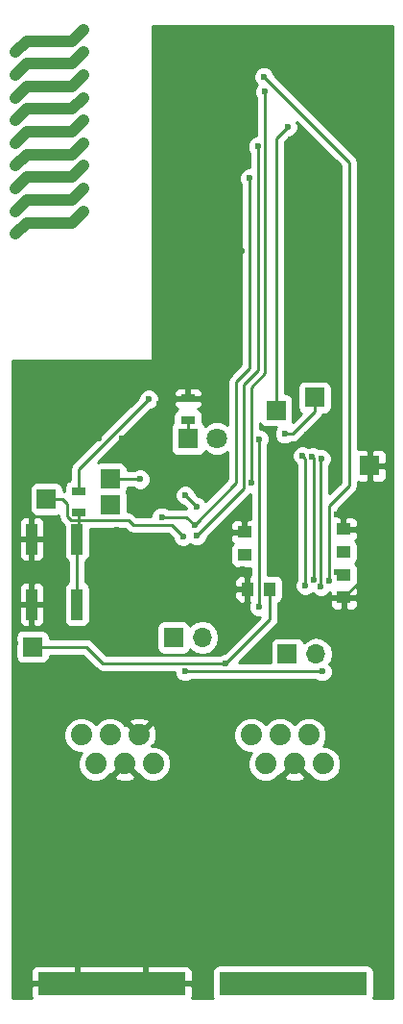
<source format=gbr>
G04 #@! TF.FileFunction,Copper,L2,Bot,Signal*
%FSLAX46Y46*%
G04 Gerber Fmt 4.6, Leading zero omitted, Abs format (unit mm)*
G04 Created by KiCad (PCBNEW 4.0.7-e2-6376~58~ubuntu16.04.1) date Sat Sep  1 12:55:08 2018*
%MOMM*%
%LPD*%
G01*
G04 APERTURE LIST*
%ADD10C,0.100000*%
%ADD11C,1.000000*%
%ADD12R,1.250000X1.000000*%
%ADD13R,1.000000X1.250000*%
%ADD14R,1.000000X2.750000*%
%ADD15R,1.700000X1.700000*%
%ADD16O,1.700000X1.700000*%
%ADD17R,1.300000X0.700000*%
%ADD18R,1.800000X1.800000*%
%ADD19C,1.800000*%
%ADD20C,3.200000*%
%ADD21C,1.879600*%
%ADD22R,7.000000X2.000000*%
%ADD23C,1.000000*%
%ADD24C,0.600000*%
%ADD25C,0.250000*%
%ADD26C,0.254000*%
G04 APERTURE END LIST*
D10*
D11*
X106000000Y-48000000D02*
X107000000Y-47000000D01*
X102000000Y-48000000D02*
X106000000Y-48000000D01*
X101000000Y-49000000D02*
X102000000Y-48000000D01*
X106000000Y-50000000D02*
X107000000Y-49000000D01*
X102000000Y-50000000D02*
X106000000Y-50000000D01*
X101000000Y-51000000D02*
X102000000Y-50000000D01*
X106000000Y-52000000D02*
X107000000Y-51000000D01*
X102000000Y-52000000D02*
X106000000Y-52000000D01*
X101000000Y-53000000D02*
X102000000Y-52000000D01*
X106000000Y-54000000D02*
X107000000Y-53000000D01*
X102000000Y-54000000D02*
X106000000Y-54000000D01*
X101000000Y-55000000D02*
X102000000Y-54000000D01*
X106000000Y-56000000D02*
X107000000Y-55000000D01*
X102000000Y-56000000D02*
X106000000Y-56000000D01*
X101000000Y-57000000D02*
X102000000Y-56000000D01*
X106000000Y-58000000D02*
X107000000Y-57000000D01*
X102000000Y-58000000D02*
X106000000Y-58000000D01*
X101000000Y-59000000D02*
X102000000Y-58000000D01*
X106000000Y-60000000D02*
X107000000Y-59000000D01*
X102000000Y-60000000D02*
X106000000Y-60000000D01*
X101000000Y-61000000D02*
X102000000Y-60000000D01*
X106000000Y-62000000D02*
X107000000Y-61000000D01*
X102000000Y-62000000D02*
X106000000Y-62000000D01*
X101000000Y-63000000D02*
X102000000Y-62000000D01*
X106000000Y-64000000D02*
X107000000Y-63000000D01*
X102000000Y-64000000D02*
X106000000Y-64000000D01*
X101000000Y-65000000D02*
X102000000Y-64000000D01*
D12*
X129946400Y-92998800D03*
X129946400Y-90998800D03*
D13*
X123478800Y-96266000D03*
X121478800Y-96266000D03*
D12*
X129997200Y-95012000D03*
X129997200Y-97012000D03*
D14*
X102444800Y-91867000D03*
X102444800Y-97617000D03*
X106444800Y-97617000D03*
X106444800Y-91867000D03*
D12*
X121208800Y-93252800D03*
X121208800Y-91252800D03*
D15*
X127406400Y-79400400D03*
X125000000Y-102000000D03*
D16*
X127540000Y-102000000D03*
D15*
X114960400Y-100533200D03*
D16*
X117500400Y-100533200D03*
D17*
X106629200Y-87645200D03*
X106629200Y-89545200D03*
D18*
X116250000Y-83000000D03*
D19*
X118790000Y-83000000D03*
D17*
X116230400Y-79466400D03*
X116230400Y-81366400D03*
D15*
X102514400Y-101346000D03*
X109372400Y-86563200D03*
X124002800Y-80518000D03*
X103733600Y-88341200D03*
X132283200Y-85394800D03*
X109372400Y-88849200D03*
D20*
X130080000Y-118000000D03*
D21*
X121825000Y-109110000D03*
X123095000Y-111650000D03*
X124365000Y-109110000D03*
X125635000Y-111650000D03*
X126905000Y-109110000D03*
X128175000Y-111650000D03*
D20*
X119920000Y-118000000D03*
X115080000Y-118000000D03*
D21*
X106825000Y-109110000D03*
X108095000Y-111650000D03*
X109365000Y-109110000D03*
X110635000Y-111650000D03*
X111905000Y-109110000D03*
X113175000Y-111650000D03*
D20*
X104920000Y-118000000D03*
D22*
X106500000Y-131000000D03*
X112500000Y-131000000D03*
X122500000Y-131000000D03*
X128500000Y-131000000D03*
D23*
X107000000Y-47000000D03*
X101000000Y-49000000D03*
X107000000Y-49000000D03*
X101000000Y-51000000D03*
X107000000Y-51000000D03*
X101000000Y-53000000D03*
X107000000Y-53000000D03*
X101000000Y-55000000D03*
X107000000Y-55000000D03*
X101000000Y-57000000D03*
X107000000Y-57000000D03*
X101000000Y-59000000D03*
X107000000Y-59000000D03*
X101000000Y-61000000D03*
X107000000Y-61000000D03*
X101000000Y-63000000D03*
X107000000Y-63000000D03*
X101000000Y-65000000D03*
D24*
X126796800Y-56489600D03*
X125500000Y-60000000D03*
X125526800Y-52019200D03*
X106781600Y-102463600D03*
X109169200Y-101650800D03*
X120000000Y-67500000D03*
X121000000Y-66500000D03*
X116000000Y-67500000D03*
X115000000Y-66500000D03*
X112300000Y-89500000D03*
X121200000Y-90000000D03*
X126746000Y-82702400D03*
X118719600Y-79451200D03*
X113690400Y-79959200D03*
X110400000Y-83000000D03*
X108400000Y-83000000D03*
X134000000Y-126000000D03*
X134000000Y-124000000D03*
X134000000Y-122000000D03*
X134000000Y-120000000D03*
X134000000Y-118000000D03*
X134000000Y-116000000D03*
X134000000Y-114000000D03*
X134000000Y-112000000D03*
X134000000Y-110000000D03*
X134000000Y-108000000D03*
X134000000Y-106000000D03*
X134000000Y-104000000D03*
X124000000Y-128500000D03*
X134000000Y-132000000D03*
X134000000Y-130000000D03*
X134000000Y-128000000D03*
X134000000Y-83000000D03*
X134000000Y-81000000D03*
X134000000Y-79000000D03*
X134000000Y-77000000D03*
X134000000Y-75000000D03*
X134000000Y-73000000D03*
X134000000Y-71000000D03*
X134000000Y-69000000D03*
X134000000Y-67000000D03*
X113500000Y-66500000D03*
X113500000Y-68000000D03*
X113500000Y-69500000D03*
X113500000Y-71000000D03*
X113500000Y-72500000D03*
X113500000Y-74000000D03*
X113500000Y-75500000D03*
X112500000Y-76500000D03*
X111000000Y-76500000D03*
X109500000Y-76500000D03*
X108000000Y-76500000D03*
X106500000Y-76500000D03*
X105000000Y-76500000D03*
X103500000Y-76500000D03*
X102000000Y-76500000D03*
X101000000Y-77500000D03*
X101000000Y-131000000D03*
X101000000Y-129000000D03*
X101000000Y-127000000D03*
X101000000Y-125000000D03*
X101000000Y-123000000D03*
X101000000Y-121000000D03*
X101000000Y-119000000D03*
X101000000Y-117000000D03*
X101000000Y-115000000D03*
X101000000Y-113000000D03*
X101000000Y-111000000D03*
X101000000Y-109000000D03*
X101000000Y-107000000D03*
X101000000Y-105000000D03*
X101000000Y-103000000D03*
X101000000Y-101000000D03*
X101000000Y-99000000D03*
X101000000Y-97000000D03*
X101000000Y-95000000D03*
X101000000Y-93000000D03*
X101000000Y-91000000D03*
X101000000Y-89000000D03*
X101000000Y-87000000D03*
X101000000Y-85000000D03*
X101000000Y-83000000D03*
X101000000Y-81000000D03*
X101000000Y-79000000D03*
X113500000Y-60500000D03*
X113500000Y-59000000D03*
X113500000Y-57500000D03*
X113500000Y-56000000D03*
X113500000Y-54500000D03*
X113500000Y-53000000D03*
X113500000Y-51500000D03*
X113500000Y-50000000D03*
X113500000Y-48500000D03*
X113500000Y-47000000D03*
X118000000Y-47000000D03*
X116500000Y-47000000D03*
X115000000Y-47000000D03*
X117043200Y-93472000D03*
X121000000Y-128500000D03*
X119500000Y-107500000D03*
X119500000Y-111000000D03*
X124000000Y-115500000D03*
X127000000Y-75946000D03*
X124663200Y-85598000D03*
X129500000Y-54000000D03*
X133000000Y-51000000D03*
X133000000Y-54000000D03*
X133000000Y-57000000D03*
X133000000Y-60000000D03*
X129000000Y-60000000D03*
X129235200Y-84836000D03*
X125628400Y-93167200D03*
X124968000Y-94742000D03*
X124612400Y-105714800D03*
X132029200Y-94132400D03*
X119000000Y-60000000D03*
X119000000Y-57000000D03*
X119000000Y-54000000D03*
X119000000Y-51000000D03*
X113500000Y-62000000D03*
X114503200Y-85293200D03*
X109982000Y-91033600D03*
X110083600Y-98552000D03*
X129387600Y-89662000D03*
X124968000Y-89865200D03*
X121107200Y-94488000D03*
X126238000Y-98145600D03*
X101752400Y-106070400D03*
X106426000Y-104648000D03*
X119583200Y-102819200D03*
X123478800Y-96266000D03*
X129336800Y-94792800D03*
X121208800Y-93252800D03*
X112776000Y-79552800D03*
X115976400Y-103530400D03*
X128066800Y-103530400D03*
X121700000Y-60100000D03*
X116800000Y-90600000D03*
X113919000Y-89916000D03*
X116992400Y-91592400D03*
X122400000Y-57300000D03*
X112000000Y-86600000D03*
X125018800Y-55575200D03*
X115800000Y-91600000D03*
X116000000Y-88000000D03*
X117000000Y-89000000D03*
X123037600Y-52476400D03*
X121818400Y-86918800D03*
X128676400Y-95504000D03*
X122936000Y-51155600D03*
X126593600Y-95961200D03*
X126339600Y-84531200D03*
X127203200Y-84632800D03*
X127304800Y-95453200D03*
X128016000Y-84785200D03*
X127965200Y-96012000D03*
X122478800Y-83058000D03*
X122478800Y-97790000D03*
X124764800Y-82600800D03*
X129900000Y-93200000D03*
D25*
X129000000Y-60000000D02*
X129000000Y-58692800D01*
X129000000Y-58692800D02*
X126796800Y-56489600D01*
X125500000Y-60000000D02*
X129000000Y-60000000D01*
X106245200Y-103000000D02*
X106781600Y-102463600D01*
X101000000Y-103000000D02*
X106245200Y-103000000D01*
X121000000Y-66500000D02*
X120000000Y-67500000D01*
X115000000Y-66500000D02*
X116000000Y-67500000D01*
X121208800Y-91252800D02*
X121208800Y-90008800D01*
X121208800Y-90008800D02*
X121200000Y-90000000D01*
X116230400Y-79466400D02*
X118704400Y-79466400D01*
X118704400Y-79466400D02*
X118719600Y-79451200D01*
X101000000Y-83000000D02*
X108400000Y-83000000D01*
X134000000Y-104000000D02*
X134000000Y-106000000D01*
X134000000Y-126000000D02*
X134000000Y-124000000D01*
X134000000Y-122000000D02*
X134000000Y-120000000D01*
X134000000Y-118000000D02*
X134000000Y-116000000D01*
X134000000Y-114000000D02*
X134000000Y-112000000D01*
X134000000Y-110000000D02*
X134000000Y-108000000D01*
X124000000Y-128500000D02*
X133500000Y-128500000D01*
X134000000Y-130000000D02*
X134000000Y-132000000D01*
X133500000Y-128500000D02*
X134000000Y-128000000D01*
X133000000Y-60000000D02*
X133000000Y-66000000D01*
X134000000Y-81000000D02*
X134000000Y-83000000D01*
X134000000Y-77000000D02*
X134000000Y-79000000D01*
X134000000Y-73000000D02*
X134000000Y-75000000D01*
X134000000Y-69000000D02*
X134000000Y-71000000D01*
X133000000Y-66000000D02*
X134000000Y-67000000D01*
X101000000Y-77500000D02*
X101000000Y-78500000D01*
X113500000Y-68000000D02*
X113500000Y-69500000D01*
X113500000Y-71000000D02*
X113500000Y-72500000D01*
X113500000Y-74000000D02*
X113500000Y-75500000D01*
X112500000Y-76500000D02*
X111000000Y-76500000D01*
X109500000Y-76500000D02*
X108000000Y-76500000D01*
X106500000Y-76500000D02*
X105000000Y-76500000D01*
X103500000Y-76500000D02*
X102000000Y-76500000D01*
X113500000Y-62000000D02*
X113500000Y-66500000D01*
X101000000Y-129000000D02*
X101000000Y-131000000D01*
X101000000Y-128000000D02*
X101000000Y-127000000D01*
X101000000Y-125000000D02*
X101000000Y-128000000D01*
X101000000Y-121000000D02*
X101000000Y-123000000D01*
X101000000Y-117000000D02*
X101000000Y-119000000D01*
X101000000Y-113000000D02*
X101000000Y-115000000D01*
X101000000Y-109000000D02*
X101000000Y-111000000D01*
X101000000Y-105000000D02*
X101000000Y-107000000D01*
X101000000Y-101000000D02*
X101000000Y-103000000D01*
X101000000Y-97000000D02*
X101000000Y-99000000D01*
X101000000Y-93000000D02*
X101000000Y-95000000D01*
X101000000Y-89000000D02*
X101000000Y-91000000D01*
X101000000Y-85000000D02*
X101000000Y-87000000D01*
X101000000Y-81000000D02*
X101000000Y-83000000D01*
X101000000Y-78500000D02*
X101000000Y-79000000D01*
X113500000Y-47000000D02*
X115000000Y-47000000D01*
X113500000Y-59000000D02*
X113500000Y-57500000D01*
X113500000Y-56000000D02*
X113500000Y-54500000D01*
X113500000Y-53000000D02*
X113500000Y-51500000D01*
X113500000Y-50000000D02*
X113500000Y-48500000D01*
X113500000Y-62000000D02*
X113500000Y-60500000D01*
X116500000Y-47000000D02*
X118000000Y-47000000D01*
X124000000Y-128500000D02*
X124000000Y-115500000D01*
X121000000Y-128500000D02*
X124000000Y-128500000D01*
X119500000Y-111000000D02*
X119500000Y-107500000D01*
X128625600Y-82702400D02*
X129184400Y-82143600D01*
X129184400Y-82143600D02*
X129184400Y-78130400D01*
X129184400Y-78130400D02*
X127000000Y-75946000D01*
X125069600Y-84378800D02*
X126746000Y-82702400D01*
X125069600Y-85191600D02*
X125069600Y-84378800D01*
X124663200Y-85598000D02*
X125069600Y-85191600D01*
X126746000Y-82702400D02*
X128625600Y-82702400D01*
X133000000Y-54000000D02*
X129500000Y-54000000D01*
X133000000Y-51000000D02*
X133000000Y-54000000D01*
X133000000Y-57000000D02*
X133000000Y-60000000D01*
X129000000Y-60000000D02*
X127000000Y-60000000D01*
X125628400Y-93167200D02*
X125628400Y-94081600D01*
X125628400Y-94081600D02*
X124968000Y-94742000D01*
X132080000Y-94929200D02*
X129997200Y-97012000D01*
X132080000Y-94183200D02*
X132080000Y-94929200D01*
X132029200Y-94132400D02*
X132080000Y-94183200D01*
X119000000Y-60000000D02*
X119000000Y-57000000D01*
X119000000Y-54000000D02*
X119000000Y-51000000D01*
X121107200Y-94488000D02*
X121107200Y-94538800D01*
X107238800Y-101346000D02*
X108712000Y-102819200D01*
X119583200Y-102819200D02*
X115316000Y-102819200D01*
X102514400Y-101346000D02*
X107238800Y-101346000D01*
X108712000Y-102819200D02*
X115316000Y-102819200D01*
X123478800Y-98923600D02*
X119583200Y-102819200D01*
X123478800Y-96266000D02*
X123478800Y-98923600D01*
X129997200Y-95012000D02*
X129556000Y-95012000D01*
X129556000Y-95012000D02*
X129336800Y-94792800D01*
X106629200Y-87645200D02*
X106629200Y-85699600D01*
X106629200Y-85699600D02*
X112776000Y-79552800D01*
X128066800Y-103530400D02*
X115976400Y-103530400D01*
X116800000Y-90600000D02*
X120500000Y-86900000D01*
X121700000Y-76800000D02*
X121700000Y-60100000D01*
X120500000Y-78000000D02*
X121700000Y-76800000D01*
X120500000Y-86900000D02*
X120500000Y-78000000D01*
X116800000Y-90600000D02*
X116116000Y-89916000D01*
X116116000Y-89916000D02*
X113919000Y-89916000D01*
X121158000Y-87426800D02*
X116992400Y-91592400D01*
X121158000Y-78242000D02*
X121158000Y-87426800D01*
X122400000Y-77000000D02*
X121158000Y-78242000D01*
X122400000Y-57300000D02*
X122400000Y-77000000D01*
X109067600Y-86563200D02*
X111963200Y-86563200D01*
X111963200Y-86563200D02*
X112000000Y-86600000D01*
X124002800Y-80518000D02*
X124002800Y-56591200D01*
X124002800Y-56591200D02*
X125018800Y-55575200D01*
X103733600Y-88341200D02*
X105141200Y-88341200D01*
X105900000Y-90200000D02*
X106629200Y-90200000D01*
X105600000Y-89900000D02*
X105900000Y-90200000D01*
X105600000Y-88800000D02*
X105600000Y-89900000D01*
X105141200Y-88341200D02*
X105600000Y-88800000D01*
X115800000Y-91600000D02*
X114800000Y-90600000D01*
X114800000Y-90600000D02*
X111400000Y-90600000D01*
X111400000Y-90600000D02*
X111000000Y-90200000D01*
X111000000Y-90200000D02*
X106629200Y-90200000D01*
X106444800Y-91867000D02*
X106444800Y-97617000D01*
X103733600Y-88341200D02*
X104089200Y-88341200D01*
X106629200Y-89545200D02*
X106629200Y-90200000D01*
X106629200Y-90200000D02*
X106629200Y-91682600D01*
X106629200Y-91682600D02*
X106444800Y-91867000D01*
X117000000Y-89000000D02*
X116000000Y-88000000D01*
X123037600Y-52476400D02*
X123037600Y-77262400D01*
X121818400Y-78481600D02*
X121818400Y-86918800D01*
X123037600Y-77262400D02*
X121818400Y-78481600D01*
X128676400Y-95504000D02*
X128676400Y-88950800D01*
X128676400Y-56896000D02*
X122936000Y-51155600D01*
X130454400Y-58674000D02*
X128676400Y-56896000D01*
X130454400Y-87172800D02*
X130454400Y-58674000D01*
X128676400Y-88950800D02*
X130454400Y-87172800D01*
X126593600Y-84785200D02*
X126593600Y-95961200D01*
X126339600Y-84531200D02*
X126593600Y-84785200D01*
X127203200Y-84632800D02*
X127304800Y-84734400D01*
X127304800Y-84734400D02*
X127304800Y-95453200D01*
X128016000Y-84785200D02*
X127965200Y-84836000D01*
X127965200Y-84836000D02*
X127965200Y-96012000D01*
X116250000Y-83000000D02*
X116250000Y-81386000D01*
X116250000Y-81386000D02*
X116230400Y-81366400D01*
X122478800Y-96367600D02*
X122478800Y-83058000D01*
X122478800Y-97790000D02*
X122478800Y-96367600D01*
X124764800Y-82600800D02*
X125476000Y-82600800D01*
X127406400Y-80670400D02*
X127406400Y-79400400D01*
X125476000Y-82600800D02*
X127406400Y-80670400D01*
X129900000Y-93200000D02*
X129946400Y-93153600D01*
X129946400Y-93153600D02*
X129946400Y-92998800D01*
D26*
G36*
X134290000Y-132290000D02*
X132570392Y-132290000D01*
X132596431Y-132251890D01*
X132647440Y-132000000D01*
X132647440Y-130000000D01*
X132603162Y-129764683D01*
X132464090Y-129548559D01*
X132251890Y-129403569D01*
X132000000Y-129352560D01*
X119000000Y-129352560D01*
X118764683Y-129396838D01*
X118548559Y-129535910D01*
X118403569Y-129748110D01*
X118352560Y-130000000D01*
X118352560Y-132000000D01*
X118396838Y-132235317D01*
X118432026Y-132290000D01*
X116567197Y-132290000D01*
X116635000Y-132126310D01*
X116635000Y-131285750D01*
X116476250Y-131127000D01*
X112627000Y-131127000D01*
X112627000Y-131147000D01*
X112373000Y-131147000D01*
X112373000Y-131127000D01*
X106627000Y-131127000D01*
X106627000Y-131147000D01*
X106373000Y-131147000D01*
X106373000Y-131127000D01*
X102523750Y-131127000D01*
X102365000Y-131285750D01*
X102365000Y-132126310D01*
X102432803Y-132290000D01*
X100710000Y-132290000D01*
X100710000Y-129873690D01*
X102365000Y-129873690D01*
X102365000Y-130714250D01*
X102523750Y-130873000D01*
X106373000Y-130873000D01*
X106373000Y-129523750D01*
X106627000Y-129523750D01*
X106627000Y-130873000D01*
X112373000Y-130873000D01*
X112373000Y-129523750D01*
X112627000Y-129523750D01*
X112627000Y-130873000D01*
X116476250Y-130873000D01*
X116635000Y-130714250D01*
X116635000Y-129873690D01*
X116538327Y-129640301D01*
X116359698Y-129461673D01*
X116126309Y-129365000D01*
X112785750Y-129365000D01*
X112627000Y-129523750D01*
X112373000Y-129523750D01*
X112214250Y-129365000D01*
X106785750Y-129365000D01*
X106627000Y-129523750D01*
X106373000Y-129523750D01*
X106214250Y-129365000D01*
X102873691Y-129365000D01*
X102640302Y-129461673D01*
X102461673Y-129640301D01*
X102365000Y-129873690D01*
X100710000Y-129873690D01*
X100710000Y-109421873D01*
X105249927Y-109421873D01*
X105489171Y-110000887D01*
X105931783Y-110444272D01*
X106510379Y-110684526D01*
X106832829Y-110684808D01*
X106760728Y-110756783D01*
X106520474Y-111335379D01*
X106519927Y-111961873D01*
X106759171Y-112540887D01*
X107201783Y-112984272D01*
X107780379Y-113224526D01*
X108406873Y-113225073D01*
X108985887Y-112985829D01*
X109213144Y-112758968D01*
X109705637Y-112758968D01*
X109796923Y-113019580D01*
X110384833Y-113236045D01*
X111010828Y-113211049D01*
X111473077Y-113019580D01*
X111564363Y-112758968D01*
X110635000Y-111829605D01*
X109705637Y-112758968D01*
X109213144Y-112758968D01*
X109427601Y-112544885D01*
X109526032Y-112579363D01*
X110455395Y-111650000D01*
X110441253Y-111635858D01*
X110620858Y-111456253D01*
X110635000Y-111470395D01*
X110649143Y-111456253D01*
X110828748Y-111635858D01*
X110814605Y-111650000D01*
X111743968Y-112579363D01*
X111842964Y-112544687D01*
X112281783Y-112984272D01*
X112860379Y-113224526D01*
X113486873Y-113225073D01*
X114065887Y-112985829D01*
X114509272Y-112543217D01*
X114749526Y-111964621D01*
X114750073Y-111338127D01*
X114510829Y-110759113D01*
X114068217Y-110315728D01*
X113489621Y-110075474D01*
X113049698Y-110075090D01*
X113013970Y-110039362D01*
X113274580Y-109948077D01*
X113468325Y-109421873D01*
X120249927Y-109421873D01*
X120489171Y-110000887D01*
X120931783Y-110444272D01*
X121510379Y-110684526D01*
X121832829Y-110684808D01*
X121760728Y-110756783D01*
X121520474Y-111335379D01*
X121519927Y-111961873D01*
X121759171Y-112540887D01*
X122201783Y-112984272D01*
X122780379Y-113224526D01*
X123406873Y-113225073D01*
X123985887Y-112985829D01*
X124213144Y-112758968D01*
X124705637Y-112758968D01*
X124796923Y-113019580D01*
X125384833Y-113236045D01*
X126010828Y-113211049D01*
X126473077Y-113019580D01*
X126564363Y-112758968D01*
X125635000Y-111829605D01*
X124705637Y-112758968D01*
X124213144Y-112758968D01*
X124427601Y-112544885D01*
X124526032Y-112579363D01*
X125455395Y-111650000D01*
X125441253Y-111635858D01*
X125620858Y-111456253D01*
X125635000Y-111470395D01*
X125649143Y-111456253D01*
X125828748Y-111635858D01*
X125814605Y-111650000D01*
X126743968Y-112579363D01*
X126842964Y-112544687D01*
X127281783Y-112984272D01*
X127860379Y-113224526D01*
X128486873Y-113225073D01*
X129065887Y-112985829D01*
X129509272Y-112543217D01*
X129749526Y-111964621D01*
X129750073Y-111338127D01*
X129510829Y-110759113D01*
X129068217Y-110315728D01*
X128489621Y-110075474D01*
X128167171Y-110075192D01*
X128239272Y-110003217D01*
X128479526Y-109424621D01*
X128480073Y-108798127D01*
X128240829Y-108219113D01*
X127798217Y-107775728D01*
X127219621Y-107535474D01*
X126593127Y-107534927D01*
X126014113Y-107774171D01*
X125634727Y-108152896D01*
X125258217Y-107775728D01*
X124679621Y-107535474D01*
X124053127Y-107534927D01*
X123474113Y-107774171D01*
X123094727Y-108152896D01*
X122718217Y-107775728D01*
X122139621Y-107535474D01*
X121513127Y-107534927D01*
X120934113Y-107774171D01*
X120490728Y-108216783D01*
X120250474Y-108795379D01*
X120249927Y-109421873D01*
X113468325Y-109421873D01*
X113491045Y-109360167D01*
X113466049Y-108734172D01*
X113274580Y-108271923D01*
X113013968Y-108180637D01*
X112084605Y-109110000D01*
X112098748Y-109124143D01*
X111919143Y-109303748D01*
X111905000Y-109289605D01*
X111890858Y-109303748D01*
X111711253Y-109124143D01*
X111725395Y-109110000D01*
X110796032Y-108180637D01*
X110697036Y-108215313D01*
X110483129Y-108001032D01*
X110975637Y-108001032D01*
X111905000Y-108930395D01*
X112834363Y-108001032D01*
X112743077Y-107740420D01*
X112155167Y-107523955D01*
X111529172Y-107548951D01*
X111066923Y-107740420D01*
X110975637Y-108001032D01*
X110483129Y-108001032D01*
X110258217Y-107775728D01*
X109679621Y-107535474D01*
X109053127Y-107534927D01*
X108474113Y-107774171D01*
X108094727Y-108152896D01*
X107718217Y-107775728D01*
X107139621Y-107535474D01*
X106513127Y-107534927D01*
X105934113Y-107774171D01*
X105490728Y-108216783D01*
X105250474Y-108795379D01*
X105249927Y-109421873D01*
X100710000Y-109421873D01*
X100710000Y-100496000D01*
X101016960Y-100496000D01*
X101016960Y-102196000D01*
X101061238Y-102431317D01*
X101200310Y-102647441D01*
X101412510Y-102792431D01*
X101664400Y-102843440D01*
X103364400Y-102843440D01*
X103599717Y-102799162D01*
X103815841Y-102660090D01*
X103960831Y-102447890D01*
X104011840Y-102196000D01*
X104011840Y-102106000D01*
X106923998Y-102106000D01*
X108174599Y-103356601D01*
X108421160Y-103521348D01*
X108466668Y-103530400D01*
X108712000Y-103579200D01*
X115041357Y-103579200D01*
X115041238Y-103715567D01*
X115183283Y-104059343D01*
X115446073Y-104322592D01*
X115789601Y-104465238D01*
X116161567Y-104465562D01*
X116505343Y-104323517D01*
X116538518Y-104290400D01*
X127504337Y-104290400D01*
X127536473Y-104322592D01*
X127880001Y-104465238D01*
X128251967Y-104465562D01*
X128595743Y-104323517D01*
X128858992Y-104060727D01*
X129001638Y-103717199D01*
X129001962Y-103345233D01*
X128859917Y-103001457D01*
X128729355Y-102870667D01*
X128911961Y-102597378D01*
X129025000Y-102029093D01*
X129025000Y-101970907D01*
X128911961Y-101402622D01*
X128590054Y-100920853D01*
X128108285Y-100598946D01*
X127540000Y-100485907D01*
X126971715Y-100598946D01*
X126489946Y-100920853D01*
X126462150Y-100962452D01*
X126453162Y-100914683D01*
X126314090Y-100698559D01*
X126101890Y-100553569D01*
X125850000Y-100502560D01*
X124150000Y-100502560D01*
X123914683Y-100546838D01*
X123698559Y-100685910D01*
X123553569Y-100898110D01*
X123502560Y-101150000D01*
X123502560Y-102770400D01*
X120706802Y-102770400D01*
X124016201Y-99461001D01*
X124180948Y-99214440D01*
X124238800Y-98923600D01*
X124238800Y-97478279D01*
X124430241Y-97355090D01*
X124469419Y-97297750D01*
X128737200Y-97297750D01*
X128737200Y-97638309D01*
X128833873Y-97871698D01*
X129012501Y-98050327D01*
X129245890Y-98147000D01*
X129711450Y-98147000D01*
X129870200Y-97988250D01*
X129870200Y-97139000D01*
X130124200Y-97139000D01*
X130124200Y-97988250D01*
X130282950Y-98147000D01*
X130748510Y-98147000D01*
X130981899Y-98050327D01*
X131160527Y-97871698D01*
X131257200Y-97638309D01*
X131257200Y-97297750D01*
X131098450Y-97139000D01*
X130124200Y-97139000D01*
X129870200Y-97139000D01*
X128895950Y-97139000D01*
X128737200Y-97297750D01*
X124469419Y-97297750D01*
X124575231Y-97142890D01*
X124626240Y-96891000D01*
X124626240Y-95641000D01*
X124581962Y-95405683D01*
X124442890Y-95189559D01*
X124230690Y-95044569D01*
X123978800Y-94993560D01*
X123238800Y-94993560D01*
X123238800Y-83620463D01*
X123270992Y-83588327D01*
X123413638Y-83244799D01*
X123413962Y-82872833D01*
X123271917Y-82529057D01*
X123009127Y-82265808D01*
X122665599Y-82123162D01*
X122578400Y-82123086D01*
X122578400Y-81648014D01*
X122688710Y-81819441D01*
X122900910Y-81964431D01*
X123152800Y-82015440D01*
X124027737Y-82015440D01*
X123972608Y-82070473D01*
X123829962Y-82414001D01*
X123829638Y-82785967D01*
X123971683Y-83129743D01*
X124234473Y-83392992D01*
X124578001Y-83535638D01*
X124949967Y-83535962D01*
X125293743Y-83393917D01*
X125326918Y-83360800D01*
X125476000Y-83360800D01*
X125766839Y-83302948D01*
X126013401Y-83138201D01*
X127943801Y-81207801D01*
X128108548Y-80961239D01*
X128121159Y-80897840D01*
X128256400Y-80897840D01*
X128491717Y-80853562D01*
X128707841Y-80714490D01*
X128852831Y-80502290D01*
X128903840Y-80250400D01*
X128903840Y-78550400D01*
X128859562Y-78315083D01*
X128720490Y-78098959D01*
X128508290Y-77953969D01*
X128256400Y-77902960D01*
X126556400Y-77902960D01*
X126321083Y-77947238D01*
X126104959Y-78086310D01*
X125959969Y-78298510D01*
X125908960Y-78550400D01*
X125908960Y-80250400D01*
X125953238Y-80485717D01*
X126092310Y-80701841D01*
X126215788Y-80786210D01*
X125466275Y-81535723D01*
X125500240Y-81368000D01*
X125500240Y-79668000D01*
X125455962Y-79432683D01*
X125316890Y-79216559D01*
X125104690Y-79071569D01*
X124852800Y-79020560D01*
X124762800Y-79020560D01*
X124762800Y-56906002D01*
X125158480Y-56510322D01*
X125203967Y-56510362D01*
X125547743Y-56368317D01*
X125810992Y-56105527D01*
X125953638Y-55761999D01*
X125953962Y-55390033D01*
X125854209Y-55148611D01*
X129694400Y-58988802D01*
X129694400Y-86857998D01*
X128725200Y-87827198D01*
X128725200Y-85398374D01*
X128808192Y-85315527D01*
X128950838Y-84971999D01*
X128951162Y-84600033D01*
X128809117Y-84256257D01*
X128546327Y-83993008D01*
X128202799Y-83850362D01*
X127830833Y-83850038D01*
X127768607Y-83875749D01*
X127733527Y-83840608D01*
X127389999Y-83697962D01*
X127018033Y-83697638D01*
X126883939Y-83753044D01*
X126869927Y-83739008D01*
X126526399Y-83596362D01*
X126154433Y-83596038D01*
X125810657Y-83738083D01*
X125547408Y-84000873D01*
X125404762Y-84344401D01*
X125404438Y-84716367D01*
X125546483Y-85060143D01*
X125809273Y-85323392D01*
X125833600Y-85333494D01*
X125833600Y-95398737D01*
X125801408Y-95430873D01*
X125658762Y-95774401D01*
X125658438Y-96146367D01*
X125800483Y-96490143D01*
X126063273Y-96753392D01*
X126406801Y-96896038D01*
X126778767Y-96896362D01*
X127122543Y-96754317D01*
X127254043Y-96623046D01*
X127434873Y-96804192D01*
X127778401Y-96946838D01*
X128150367Y-96947162D01*
X128494143Y-96805117D01*
X128737200Y-96562484D01*
X128737200Y-96726250D01*
X128895950Y-96885000D01*
X129870200Y-96885000D01*
X129870200Y-96865000D01*
X130124200Y-96865000D01*
X130124200Y-96885000D01*
X131098450Y-96885000D01*
X131257200Y-96726250D01*
X131257200Y-96385691D01*
X131160527Y-96152302D01*
X131019290Y-96011064D01*
X131073641Y-95976090D01*
X131218631Y-95763890D01*
X131269640Y-95512000D01*
X131269640Y-94512000D01*
X131225362Y-94276683D01*
X131086290Y-94060559D01*
X130981902Y-93989234D01*
X131022841Y-93962890D01*
X131167831Y-93750690D01*
X131218840Y-93498800D01*
X131218840Y-92498800D01*
X131174562Y-92263483D01*
X131035490Y-92047359D01*
X130967394Y-92000831D01*
X131109727Y-91858498D01*
X131206400Y-91625109D01*
X131206400Y-91284550D01*
X131047650Y-91125800D01*
X130073400Y-91125800D01*
X130073400Y-91145800D01*
X129819400Y-91145800D01*
X129819400Y-91125800D01*
X129799400Y-91125800D01*
X129799400Y-90871800D01*
X129819400Y-90871800D01*
X129819400Y-90022550D01*
X130073400Y-90022550D01*
X130073400Y-90871800D01*
X131047650Y-90871800D01*
X131206400Y-90713050D01*
X131206400Y-90372491D01*
X131109727Y-90139102D01*
X130931099Y-89960473D01*
X130697710Y-89863800D01*
X130232150Y-89863800D01*
X130073400Y-90022550D01*
X129819400Y-90022550D01*
X129660650Y-89863800D01*
X129436400Y-89863800D01*
X129436400Y-89265602D01*
X130991801Y-87710201D01*
X131156548Y-87463639D01*
X131214400Y-87172800D01*
X131214400Y-86841489D01*
X131306891Y-86879800D01*
X131997450Y-86879800D01*
X132156200Y-86721050D01*
X132156200Y-85521800D01*
X132410200Y-85521800D01*
X132410200Y-86721050D01*
X132568950Y-86879800D01*
X133259509Y-86879800D01*
X133492898Y-86783127D01*
X133671527Y-86604499D01*
X133768200Y-86371110D01*
X133768200Y-85680550D01*
X133609450Y-85521800D01*
X132410200Y-85521800D01*
X132156200Y-85521800D01*
X132136200Y-85521800D01*
X132136200Y-85267800D01*
X132156200Y-85267800D01*
X132156200Y-84068550D01*
X132410200Y-84068550D01*
X132410200Y-85267800D01*
X133609450Y-85267800D01*
X133768200Y-85109050D01*
X133768200Y-84418490D01*
X133671527Y-84185101D01*
X133492898Y-84006473D01*
X133259509Y-83909800D01*
X132568950Y-83909800D01*
X132410200Y-84068550D01*
X132156200Y-84068550D01*
X131997450Y-83909800D01*
X131306891Y-83909800D01*
X131214400Y-83948111D01*
X131214400Y-58674000D01*
X131156548Y-58383161D01*
X130991801Y-58136599D01*
X123871122Y-51015920D01*
X123871162Y-50970433D01*
X123729117Y-50626657D01*
X123466327Y-50363408D01*
X123122799Y-50220762D01*
X122750833Y-50220438D01*
X122407057Y-50362483D01*
X122143808Y-50625273D01*
X122001162Y-50968801D01*
X122000838Y-51340767D01*
X122142883Y-51684543D01*
X122324821Y-51866799D01*
X122245408Y-51946073D01*
X122102762Y-52289601D01*
X122102438Y-52661567D01*
X122244483Y-53005343D01*
X122277600Y-53038518D01*
X122277600Y-56364893D01*
X122214833Y-56364838D01*
X121871057Y-56506883D01*
X121607808Y-56769673D01*
X121465162Y-57113201D01*
X121464838Y-57485167D01*
X121606883Y-57828943D01*
X121640000Y-57862118D01*
X121640000Y-59164947D01*
X121514833Y-59164838D01*
X121171057Y-59306883D01*
X120907808Y-59569673D01*
X120765162Y-59913201D01*
X120764838Y-60285167D01*
X120906883Y-60628943D01*
X120940000Y-60662118D01*
X120940000Y-76485198D01*
X119962599Y-77462599D01*
X119797852Y-77709161D01*
X119740000Y-78000000D01*
X119740000Y-81778945D01*
X119660643Y-81699449D01*
X119096670Y-81465267D01*
X118486009Y-81464735D01*
X117921629Y-81697932D01*
X117753387Y-81865880D01*
X117753162Y-81864683D01*
X117614090Y-81648559D01*
X117527840Y-81589627D01*
X117527840Y-81016400D01*
X117483562Y-80781083D01*
X117344490Y-80564959D01*
X117132290Y-80419969D01*
X117098910Y-80413209D01*
X117240099Y-80354727D01*
X117418727Y-80176098D01*
X117515400Y-79942709D01*
X117515400Y-79752150D01*
X117356650Y-79593400D01*
X116357400Y-79593400D01*
X116357400Y-79613400D01*
X116103400Y-79613400D01*
X116103400Y-79593400D01*
X115104150Y-79593400D01*
X114945400Y-79752150D01*
X114945400Y-79942709D01*
X115042073Y-80176098D01*
X115220701Y-80354727D01*
X115356687Y-80411054D01*
X115345083Y-80413238D01*
X115128959Y-80552310D01*
X114983969Y-80764510D01*
X114932960Y-81016400D01*
X114932960Y-81613774D01*
X114898559Y-81635910D01*
X114753569Y-81848110D01*
X114702560Y-82100000D01*
X114702560Y-83900000D01*
X114746838Y-84135317D01*
X114885910Y-84351441D01*
X115098110Y-84496431D01*
X115350000Y-84547440D01*
X117150000Y-84547440D01*
X117385317Y-84503162D01*
X117601441Y-84364090D01*
X117746431Y-84151890D01*
X117750567Y-84131466D01*
X117919357Y-84300551D01*
X118483330Y-84534733D01*
X119093991Y-84535265D01*
X119658371Y-84302068D01*
X119740000Y-84220582D01*
X119740000Y-86585198D01*
X117810959Y-88514239D01*
X117793117Y-88471057D01*
X117530327Y-88207808D01*
X117186799Y-88065162D01*
X117139923Y-88065121D01*
X116935122Y-87860320D01*
X116935162Y-87814833D01*
X116793117Y-87471057D01*
X116530327Y-87207808D01*
X116186799Y-87065162D01*
X115814833Y-87064838D01*
X115471057Y-87206883D01*
X115207808Y-87469673D01*
X115065162Y-87813201D01*
X115064838Y-88185167D01*
X115206883Y-88528943D01*
X115469673Y-88792192D01*
X115813201Y-88934838D01*
X115860077Y-88934879D01*
X116064878Y-89139680D01*
X116064863Y-89156000D01*
X114481463Y-89156000D01*
X114449327Y-89123808D01*
X114105799Y-88981162D01*
X113733833Y-88980838D01*
X113390057Y-89122883D01*
X113126808Y-89385673D01*
X112984162Y-89729201D01*
X112984065Y-89840000D01*
X111714802Y-89840000D01*
X111537401Y-89662599D01*
X111290839Y-89497852D01*
X111000000Y-89440000D01*
X110869840Y-89440000D01*
X110869840Y-87999200D01*
X110825562Y-87763883D01*
X110789558Y-87707932D01*
X110818831Y-87665090D01*
X110869840Y-87413200D01*
X110869840Y-87323200D01*
X111400801Y-87323200D01*
X111469673Y-87392192D01*
X111813201Y-87534838D01*
X112185167Y-87535162D01*
X112528943Y-87393117D01*
X112792192Y-87130327D01*
X112934838Y-86786799D01*
X112935162Y-86414833D01*
X112793117Y-86071057D01*
X112530327Y-85807808D01*
X112186799Y-85665162D01*
X111814833Y-85664838D01*
X111479971Y-85803200D01*
X110869840Y-85803200D01*
X110869840Y-85713200D01*
X110825562Y-85477883D01*
X110686490Y-85261759D01*
X110474290Y-85116769D01*
X110222400Y-85065760D01*
X108522400Y-85065760D01*
X108295066Y-85108536D01*
X112915680Y-80487922D01*
X112961167Y-80487962D01*
X113304943Y-80345917D01*
X113568192Y-80083127D01*
X113710838Y-79739599D01*
X113711162Y-79367633D01*
X113569117Y-79023857D01*
X113535410Y-78990091D01*
X114945400Y-78990091D01*
X114945400Y-79180650D01*
X115104150Y-79339400D01*
X116103400Y-79339400D01*
X116103400Y-78640150D01*
X116357400Y-78640150D01*
X116357400Y-79339400D01*
X117356650Y-79339400D01*
X117515400Y-79180650D01*
X117515400Y-78990091D01*
X117418727Y-78756702D01*
X117240099Y-78578073D01*
X117006710Y-78481400D01*
X116516150Y-78481400D01*
X116357400Y-78640150D01*
X116103400Y-78640150D01*
X115944650Y-78481400D01*
X115454090Y-78481400D01*
X115220701Y-78578073D01*
X115042073Y-78756702D01*
X114945400Y-78990091D01*
X113535410Y-78990091D01*
X113306327Y-78760608D01*
X112962799Y-78617962D01*
X112590833Y-78617638D01*
X112247057Y-78759683D01*
X111983808Y-79022473D01*
X111841162Y-79366001D01*
X111841121Y-79412877D01*
X106091799Y-85162199D01*
X105927052Y-85408761D01*
X105869200Y-85699600D01*
X105869200Y-86668458D01*
X105743883Y-86692038D01*
X105527759Y-86831110D01*
X105382769Y-87043310D01*
X105331760Y-87295200D01*
X105331760Y-87619105D01*
X105231040Y-87599070D01*
X105231040Y-87491200D01*
X105186762Y-87255883D01*
X105047690Y-87039759D01*
X104835490Y-86894769D01*
X104583600Y-86843760D01*
X102883600Y-86843760D01*
X102648283Y-86888038D01*
X102432159Y-87027110D01*
X102287169Y-87239310D01*
X102236160Y-87491200D01*
X102236160Y-89191200D01*
X102280438Y-89426517D01*
X102419510Y-89642641D01*
X102631710Y-89787631D01*
X102883600Y-89838640D01*
X104583600Y-89838640D01*
X104818917Y-89794362D01*
X104840000Y-89780795D01*
X104840000Y-89900000D01*
X104897852Y-90190839D01*
X105062599Y-90437401D01*
X105297360Y-90672162D01*
X105297360Y-93242000D01*
X105341638Y-93477317D01*
X105480710Y-93693441D01*
X105684800Y-93832890D01*
X105684800Y-95654721D01*
X105493359Y-95777910D01*
X105348369Y-95990110D01*
X105297360Y-96242000D01*
X105297360Y-98992000D01*
X105341638Y-99227317D01*
X105480710Y-99443441D01*
X105692910Y-99588431D01*
X105944800Y-99639440D01*
X106944800Y-99639440D01*
X107180117Y-99595162D01*
X107396241Y-99456090D01*
X107541231Y-99243890D01*
X107592240Y-98992000D01*
X107592240Y-96551750D01*
X120343800Y-96551750D01*
X120343800Y-97017310D01*
X120440473Y-97250699D01*
X120619102Y-97429327D01*
X120852491Y-97526000D01*
X121193050Y-97526000D01*
X121351800Y-97367250D01*
X121351800Y-96393000D01*
X120502550Y-96393000D01*
X120343800Y-96551750D01*
X107592240Y-96551750D01*
X107592240Y-96242000D01*
X107547962Y-96006683D01*
X107408890Y-95790559D01*
X107204800Y-95651110D01*
X107204800Y-95514690D01*
X120343800Y-95514690D01*
X120343800Y-95980250D01*
X120502550Y-96139000D01*
X121351800Y-96139000D01*
X121351800Y-95164750D01*
X121193050Y-95006000D01*
X120852491Y-95006000D01*
X120619102Y-95102673D01*
X120440473Y-95281301D01*
X120343800Y-95514690D01*
X107204800Y-95514690D01*
X107204800Y-93829279D01*
X107396241Y-93706090D01*
X107541231Y-93493890D01*
X107592240Y-93242000D01*
X107592240Y-90960000D01*
X110685198Y-90960000D01*
X110862599Y-91137401D01*
X111109160Y-91302148D01*
X111144417Y-91309161D01*
X111400000Y-91360000D01*
X114485198Y-91360000D01*
X114864878Y-91739680D01*
X114864838Y-91785167D01*
X115006883Y-92128943D01*
X115269673Y-92392192D01*
X115613201Y-92534838D01*
X115985167Y-92535162D01*
X116328943Y-92393117D01*
X116399887Y-92322297D01*
X116462073Y-92384592D01*
X116805601Y-92527238D01*
X117177567Y-92527562D01*
X117521343Y-92385517D01*
X117784592Y-92122727D01*
X117927238Y-91779199D01*
X117927279Y-91732323D01*
X119033111Y-90626491D01*
X119948800Y-90626491D01*
X119948800Y-90967050D01*
X120107550Y-91125800D01*
X121081800Y-91125800D01*
X121081800Y-90276550D01*
X120923050Y-90117800D01*
X120457490Y-90117800D01*
X120224101Y-90214473D01*
X120045473Y-90393102D01*
X119948800Y-90626491D01*
X119033111Y-90626491D01*
X121695401Y-87964201D01*
X121718800Y-87929182D01*
X121718800Y-90117800D01*
X121494550Y-90117800D01*
X121335800Y-90276550D01*
X121335800Y-91125800D01*
X121355800Y-91125800D01*
X121355800Y-91379800D01*
X121335800Y-91379800D01*
X121335800Y-91399800D01*
X121081800Y-91399800D01*
X121081800Y-91379800D01*
X120107550Y-91379800D01*
X119948800Y-91538550D01*
X119948800Y-91879109D01*
X120045473Y-92112498D01*
X120186710Y-92253736D01*
X120132359Y-92288710D01*
X119987369Y-92500910D01*
X119936360Y-92752800D01*
X119936360Y-93752800D01*
X119980638Y-93988117D01*
X120119710Y-94204241D01*
X120331910Y-94349231D01*
X120583800Y-94400240D01*
X121718800Y-94400240D01*
X121718800Y-95051750D01*
X121605800Y-95164750D01*
X121605800Y-96139000D01*
X121625800Y-96139000D01*
X121625800Y-96393000D01*
X121605800Y-96393000D01*
X121605800Y-97367250D01*
X121631335Y-97392785D01*
X121543962Y-97603201D01*
X121543638Y-97975167D01*
X121685683Y-98318943D01*
X121948473Y-98582192D01*
X122292001Y-98724838D01*
X122602490Y-98725108D01*
X119443520Y-101884078D01*
X119398033Y-101884038D01*
X119054257Y-102026083D01*
X119021082Y-102059200D01*
X109026802Y-102059200D01*
X107776201Y-100808599D01*
X107529639Y-100643852D01*
X107238800Y-100586000D01*
X104011840Y-100586000D01*
X104011840Y-100496000D01*
X103967562Y-100260683D01*
X103828490Y-100044559D01*
X103616290Y-99899569D01*
X103364400Y-99848560D01*
X101664400Y-99848560D01*
X101429083Y-99892838D01*
X101212959Y-100031910D01*
X101067969Y-100244110D01*
X101016960Y-100496000D01*
X100710000Y-100496000D01*
X100710000Y-99683200D01*
X113462960Y-99683200D01*
X113462960Y-101383200D01*
X113507238Y-101618517D01*
X113646310Y-101834641D01*
X113858510Y-101979631D01*
X114110400Y-102030640D01*
X115810400Y-102030640D01*
X116045717Y-101986362D01*
X116261841Y-101847290D01*
X116406831Y-101635090D01*
X116420486Y-101567659D01*
X116450346Y-101612347D01*
X116932115Y-101934254D01*
X117500400Y-102047293D01*
X118068685Y-101934254D01*
X118550454Y-101612347D01*
X118872361Y-101130578D01*
X118985400Y-100562293D01*
X118985400Y-100504107D01*
X118872361Y-99935822D01*
X118550454Y-99454053D01*
X118068685Y-99132146D01*
X117500400Y-99019107D01*
X116932115Y-99132146D01*
X116450346Y-99454053D01*
X116422550Y-99495652D01*
X116413562Y-99447883D01*
X116274490Y-99231759D01*
X116062290Y-99086769D01*
X115810400Y-99035760D01*
X114110400Y-99035760D01*
X113875083Y-99080038D01*
X113658959Y-99219110D01*
X113513969Y-99431310D01*
X113462960Y-99683200D01*
X100710000Y-99683200D01*
X100710000Y-97902750D01*
X101309800Y-97902750D01*
X101309800Y-99118309D01*
X101406473Y-99351698D01*
X101585101Y-99530327D01*
X101818490Y-99627000D01*
X102159050Y-99627000D01*
X102317800Y-99468250D01*
X102317800Y-97744000D01*
X102571800Y-97744000D01*
X102571800Y-99468250D01*
X102730550Y-99627000D01*
X103071110Y-99627000D01*
X103304499Y-99530327D01*
X103483127Y-99351698D01*
X103579800Y-99118309D01*
X103579800Y-97902750D01*
X103421050Y-97744000D01*
X102571800Y-97744000D01*
X102317800Y-97744000D01*
X101468550Y-97744000D01*
X101309800Y-97902750D01*
X100710000Y-97902750D01*
X100710000Y-96115691D01*
X101309800Y-96115691D01*
X101309800Y-97331250D01*
X101468550Y-97490000D01*
X102317800Y-97490000D01*
X102317800Y-95765750D01*
X102571800Y-95765750D01*
X102571800Y-97490000D01*
X103421050Y-97490000D01*
X103579800Y-97331250D01*
X103579800Y-96115691D01*
X103483127Y-95882302D01*
X103304499Y-95703673D01*
X103071110Y-95607000D01*
X102730550Y-95607000D01*
X102571800Y-95765750D01*
X102317800Y-95765750D01*
X102159050Y-95607000D01*
X101818490Y-95607000D01*
X101585101Y-95703673D01*
X101406473Y-95882302D01*
X101309800Y-96115691D01*
X100710000Y-96115691D01*
X100710000Y-92152750D01*
X101309800Y-92152750D01*
X101309800Y-93368309D01*
X101406473Y-93601698D01*
X101585101Y-93780327D01*
X101818490Y-93877000D01*
X102159050Y-93877000D01*
X102317800Y-93718250D01*
X102317800Y-91994000D01*
X102571800Y-91994000D01*
X102571800Y-93718250D01*
X102730550Y-93877000D01*
X103071110Y-93877000D01*
X103304499Y-93780327D01*
X103483127Y-93601698D01*
X103579800Y-93368309D01*
X103579800Y-92152750D01*
X103421050Y-91994000D01*
X102571800Y-91994000D01*
X102317800Y-91994000D01*
X101468550Y-91994000D01*
X101309800Y-92152750D01*
X100710000Y-92152750D01*
X100710000Y-90365691D01*
X101309800Y-90365691D01*
X101309800Y-91581250D01*
X101468550Y-91740000D01*
X102317800Y-91740000D01*
X102317800Y-90015750D01*
X102571800Y-90015750D01*
X102571800Y-91740000D01*
X103421050Y-91740000D01*
X103579800Y-91581250D01*
X103579800Y-90365691D01*
X103483127Y-90132302D01*
X103304499Y-89953673D01*
X103071110Y-89857000D01*
X102730550Y-89857000D01*
X102571800Y-90015750D01*
X102317800Y-90015750D01*
X102159050Y-89857000D01*
X101818490Y-89857000D01*
X101585101Y-89953673D01*
X101406473Y-90132302D01*
X101309800Y-90365691D01*
X100710000Y-90365691D01*
X100710000Y-76127000D01*
X113000000Y-76127000D01*
X113046159Y-76118315D01*
X113088553Y-76091035D01*
X113116994Y-76049410D01*
X113127000Y-76000000D01*
X113127000Y-46710000D01*
X134290000Y-46710000D01*
X134290000Y-132290000D01*
X134290000Y-132290000D01*
G37*
X134290000Y-132290000D02*
X132570392Y-132290000D01*
X132596431Y-132251890D01*
X132647440Y-132000000D01*
X132647440Y-130000000D01*
X132603162Y-129764683D01*
X132464090Y-129548559D01*
X132251890Y-129403569D01*
X132000000Y-129352560D01*
X119000000Y-129352560D01*
X118764683Y-129396838D01*
X118548559Y-129535910D01*
X118403569Y-129748110D01*
X118352560Y-130000000D01*
X118352560Y-132000000D01*
X118396838Y-132235317D01*
X118432026Y-132290000D01*
X116567197Y-132290000D01*
X116635000Y-132126310D01*
X116635000Y-131285750D01*
X116476250Y-131127000D01*
X112627000Y-131127000D01*
X112627000Y-131147000D01*
X112373000Y-131147000D01*
X112373000Y-131127000D01*
X106627000Y-131127000D01*
X106627000Y-131147000D01*
X106373000Y-131147000D01*
X106373000Y-131127000D01*
X102523750Y-131127000D01*
X102365000Y-131285750D01*
X102365000Y-132126310D01*
X102432803Y-132290000D01*
X100710000Y-132290000D01*
X100710000Y-129873690D01*
X102365000Y-129873690D01*
X102365000Y-130714250D01*
X102523750Y-130873000D01*
X106373000Y-130873000D01*
X106373000Y-129523750D01*
X106627000Y-129523750D01*
X106627000Y-130873000D01*
X112373000Y-130873000D01*
X112373000Y-129523750D01*
X112627000Y-129523750D01*
X112627000Y-130873000D01*
X116476250Y-130873000D01*
X116635000Y-130714250D01*
X116635000Y-129873690D01*
X116538327Y-129640301D01*
X116359698Y-129461673D01*
X116126309Y-129365000D01*
X112785750Y-129365000D01*
X112627000Y-129523750D01*
X112373000Y-129523750D01*
X112214250Y-129365000D01*
X106785750Y-129365000D01*
X106627000Y-129523750D01*
X106373000Y-129523750D01*
X106214250Y-129365000D01*
X102873691Y-129365000D01*
X102640302Y-129461673D01*
X102461673Y-129640301D01*
X102365000Y-129873690D01*
X100710000Y-129873690D01*
X100710000Y-109421873D01*
X105249927Y-109421873D01*
X105489171Y-110000887D01*
X105931783Y-110444272D01*
X106510379Y-110684526D01*
X106832829Y-110684808D01*
X106760728Y-110756783D01*
X106520474Y-111335379D01*
X106519927Y-111961873D01*
X106759171Y-112540887D01*
X107201783Y-112984272D01*
X107780379Y-113224526D01*
X108406873Y-113225073D01*
X108985887Y-112985829D01*
X109213144Y-112758968D01*
X109705637Y-112758968D01*
X109796923Y-113019580D01*
X110384833Y-113236045D01*
X111010828Y-113211049D01*
X111473077Y-113019580D01*
X111564363Y-112758968D01*
X110635000Y-111829605D01*
X109705637Y-112758968D01*
X109213144Y-112758968D01*
X109427601Y-112544885D01*
X109526032Y-112579363D01*
X110455395Y-111650000D01*
X110441253Y-111635858D01*
X110620858Y-111456253D01*
X110635000Y-111470395D01*
X110649143Y-111456253D01*
X110828748Y-111635858D01*
X110814605Y-111650000D01*
X111743968Y-112579363D01*
X111842964Y-112544687D01*
X112281783Y-112984272D01*
X112860379Y-113224526D01*
X113486873Y-113225073D01*
X114065887Y-112985829D01*
X114509272Y-112543217D01*
X114749526Y-111964621D01*
X114750073Y-111338127D01*
X114510829Y-110759113D01*
X114068217Y-110315728D01*
X113489621Y-110075474D01*
X113049698Y-110075090D01*
X113013970Y-110039362D01*
X113274580Y-109948077D01*
X113468325Y-109421873D01*
X120249927Y-109421873D01*
X120489171Y-110000887D01*
X120931783Y-110444272D01*
X121510379Y-110684526D01*
X121832829Y-110684808D01*
X121760728Y-110756783D01*
X121520474Y-111335379D01*
X121519927Y-111961873D01*
X121759171Y-112540887D01*
X122201783Y-112984272D01*
X122780379Y-113224526D01*
X123406873Y-113225073D01*
X123985887Y-112985829D01*
X124213144Y-112758968D01*
X124705637Y-112758968D01*
X124796923Y-113019580D01*
X125384833Y-113236045D01*
X126010828Y-113211049D01*
X126473077Y-113019580D01*
X126564363Y-112758968D01*
X125635000Y-111829605D01*
X124705637Y-112758968D01*
X124213144Y-112758968D01*
X124427601Y-112544885D01*
X124526032Y-112579363D01*
X125455395Y-111650000D01*
X125441253Y-111635858D01*
X125620858Y-111456253D01*
X125635000Y-111470395D01*
X125649143Y-111456253D01*
X125828748Y-111635858D01*
X125814605Y-111650000D01*
X126743968Y-112579363D01*
X126842964Y-112544687D01*
X127281783Y-112984272D01*
X127860379Y-113224526D01*
X128486873Y-113225073D01*
X129065887Y-112985829D01*
X129509272Y-112543217D01*
X129749526Y-111964621D01*
X129750073Y-111338127D01*
X129510829Y-110759113D01*
X129068217Y-110315728D01*
X128489621Y-110075474D01*
X128167171Y-110075192D01*
X128239272Y-110003217D01*
X128479526Y-109424621D01*
X128480073Y-108798127D01*
X128240829Y-108219113D01*
X127798217Y-107775728D01*
X127219621Y-107535474D01*
X126593127Y-107534927D01*
X126014113Y-107774171D01*
X125634727Y-108152896D01*
X125258217Y-107775728D01*
X124679621Y-107535474D01*
X124053127Y-107534927D01*
X123474113Y-107774171D01*
X123094727Y-108152896D01*
X122718217Y-107775728D01*
X122139621Y-107535474D01*
X121513127Y-107534927D01*
X120934113Y-107774171D01*
X120490728Y-108216783D01*
X120250474Y-108795379D01*
X120249927Y-109421873D01*
X113468325Y-109421873D01*
X113491045Y-109360167D01*
X113466049Y-108734172D01*
X113274580Y-108271923D01*
X113013968Y-108180637D01*
X112084605Y-109110000D01*
X112098748Y-109124143D01*
X111919143Y-109303748D01*
X111905000Y-109289605D01*
X111890858Y-109303748D01*
X111711253Y-109124143D01*
X111725395Y-109110000D01*
X110796032Y-108180637D01*
X110697036Y-108215313D01*
X110483129Y-108001032D01*
X110975637Y-108001032D01*
X111905000Y-108930395D01*
X112834363Y-108001032D01*
X112743077Y-107740420D01*
X112155167Y-107523955D01*
X111529172Y-107548951D01*
X111066923Y-107740420D01*
X110975637Y-108001032D01*
X110483129Y-108001032D01*
X110258217Y-107775728D01*
X109679621Y-107535474D01*
X109053127Y-107534927D01*
X108474113Y-107774171D01*
X108094727Y-108152896D01*
X107718217Y-107775728D01*
X107139621Y-107535474D01*
X106513127Y-107534927D01*
X105934113Y-107774171D01*
X105490728Y-108216783D01*
X105250474Y-108795379D01*
X105249927Y-109421873D01*
X100710000Y-109421873D01*
X100710000Y-100496000D01*
X101016960Y-100496000D01*
X101016960Y-102196000D01*
X101061238Y-102431317D01*
X101200310Y-102647441D01*
X101412510Y-102792431D01*
X101664400Y-102843440D01*
X103364400Y-102843440D01*
X103599717Y-102799162D01*
X103815841Y-102660090D01*
X103960831Y-102447890D01*
X104011840Y-102196000D01*
X104011840Y-102106000D01*
X106923998Y-102106000D01*
X108174599Y-103356601D01*
X108421160Y-103521348D01*
X108466668Y-103530400D01*
X108712000Y-103579200D01*
X115041357Y-103579200D01*
X115041238Y-103715567D01*
X115183283Y-104059343D01*
X115446073Y-104322592D01*
X115789601Y-104465238D01*
X116161567Y-104465562D01*
X116505343Y-104323517D01*
X116538518Y-104290400D01*
X127504337Y-104290400D01*
X127536473Y-104322592D01*
X127880001Y-104465238D01*
X128251967Y-104465562D01*
X128595743Y-104323517D01*
X128858992Y-104060727D01*
X129001638Y-103717199D01*
X129001962Y-103345233D01*
X128859917Y-103001457D01*
X128729355Y-102870667D01*
X128911961Y-102597378D01*
X129025000Y-102029093D01*
X129025000Y-101970907D01*
X128911961Y-101402622D01*
X128590054Y-100920853D01*
X128108285Y-100598946D01*
X127540000Y-100485907D01*
X126971715Y-100598946D01*
X126489946Y-100920853D01*
X126462150Y-100962452D01*
X126453162Y-100914683D01*
X126314090Y-100698559D01*
X126101890Y-100553569D01*
X125850000Y-100502560D01*
X124150000Y-100502560D01*
X123914683Y-100546838D01*
X123698559Y-100685910D01*
X123553569Y-100898110D01*
X123502560Y-101150000D01*
X123502560Y-102770400D01*
X120706802Y-102770400D01*
X124016201Y-99461001D01*
X124180948Y-99214440D01*
X124238800Y-98923600D01*
X124238800Y-97478279D01*
X124430241Y-97355090D01*
X124469419Y-97297750D01*
X128737200Y-97297750D01*
X128737200Y-97638309D01*
X128833873Y-97871698D01*
X129012501Y-98050327D01*
X129245890Y-98147000D01*
X129711450Y-98147000D01*
X129870200Y-97988250D01*
X129870200Y-97139000D01*
X130124200Y-97139000D01*
X130124200Y-97988250D01*
X130282950Y-98147000D01*
X130748510Y-98147000D01*
X130981899Y-98050327D01*
X131160527Y-97871698D01*
X131257200Y-97638309D01*
X131257200Y-97297750D01*
X131098450Y-97139000D01*
X130124200Y-97139000D01*
X129870200Y-97139000D01*
X128895950Y-97139000D01*
X128737200Y-97297750D01*
X124469419Y-97297750D01*
X124575231Y-97142890D01*
X124626240Y-96891000D01*
X124626240Y-95641000D01*
X124581962Y-95405683D01*
X124442890Y-95189559D01*
X124230690Y-95044569D01*
X123978800Y-94993560D01*
X123238800Y-94993560D01*
X123238800Y-83620463D01*
X123270992Y-83588327D01*
X123413638Y-83244799D01*
X123413962Y-82872833D01*
X123271917Y-82529057D01*
X123009127Y-82265808D01*
X122665599Y-82123162D01*
X122578400Y-82123086D01*
X122578400Y-81648014D01*
X122688710Y-81819441D01*
X122900910Y-81964431D01*
X123152800Y-82015440D01*
X124027737Y-82015440D01*
X123972608Y-82070473D01*
X123829962Y-82414001D01*
X123829638Y-82785967D01*
X123971683Y-83129743D01*
X124234473Y-83392992D01*
X124578001Y-83535638D01*
X124949967Y-83535962D01*
X125293743Y-83393917D01*
X125326918Y-83360800D01*
X125476000Y-83360800D01*
X125766839Y-83302948D01*
X126013401Y-83138201D01*
X127943801Y-81207801D01*
X128108548Y-80961239D01*
X128121159Y-80897840D01*
X128256400Y-80897840D01*
X128491717Y-80853562D01*
X128707841Y-80714490D01*
X128852831Y-80502290D01*
X128903840Y-80250400D01*
X128903840Y-78550400D01*
X128859562Y-78315083D01*
X128720490Y-78098959D01*
X128508290Y-77953969D01*
X128256400Y-77902960D01*
X126556400Y-77902960D01*
X126321083Y-77947238D01*
X126104959Y-78086310D01*
X125959969Y-78298510D01*
X125908960Y-78550400D01*
X125908960Y-80250400D01*
X125953238Y-80485717D01*
X126092310Y-80701841D01*
X126215788Y-80786210D01*
X125466275Y-81535723D01*
X125500240Y-81368000D01*
X125500240Y-79668000D01*
X125455962Y-79432683D01*
X125316890Y-79216559D01*
X125104690Y-79071569D01*
X124852800Y-79020560D01*
X124762800Y-79020560D01*
X124762800Y-56906002D01*
X125158480Y-56510322D01*
X125203967Y-56510362D01*
X125547743Y-56368317D01*
X125810992Y-56105527D01*
X125953638Y-55761999D01*
X125953962Y-55390033D01*
X125854209Y-55148611D01*
X129694400Y-58988802D01*
X129694400Y-86857998D01*
X128725200Y-87827198D01*
X128725200Y-85398374D01*
X128808192Y-85315527D01*
X128950838Y-84971999D01*
X128951162Y-84600033D01*
X128809117Y-84256257D01*
X128546327Y-83993008D01*
X128202799Y-83850362D01*
X127830833Y-83850038D01*
X127768607Y-83875749D01*
X127733527Y-83840608D01*
X127389999Y-83697962D01*
X127018033Y-83697638D01*
X126883939Y-83753044D01*
X126869927Y-83739008D01*
X126526399Y-83596362D01*
X126154433Y-83596038D01*
X125810657Y-83738083D01*
X125547408Y-84000873D01*
X125404762Y-84344401D01*
X125404438Y-84716367D01*
X125546483Y-85060143D01*
X125809273Y-85323392D01*
X125833600Y-85333494D01*
X125833600Y-95398737D01*
X125801408Y-95430873D01*
X125658762Y-95774401D01*
X125658438Y-96146367D01*
X125800483Y-96490143D01*
X126063273Y-96753392D01*
X126406801Y-96896038D01*
X126778767Y-96896362D01*
X127122543Y-96754317D01*
X127254043Y-96623046D01*
X127434873Y-96804192D01*
X127778401Y-96946838D01*
X128150367Y-96947162D01*
X128494143Y-96805117D01*
X128737200Y-96562484D01*
X128737200Y-96726250D01*
X128895950Y-96885000D01*
X129870200Y-96885000D01*
X129870200Y-96865000D01*
X130124200Y-96865000D01*
X130124200Y-96885000D01*
X131098450Y-96885000D01*
X131257200Y-96726250D01*
X131257200Y-96385691D01*
X131160527Y-96152302D01*
X131019290Y-96011064D01*
X131073641Y-95976090D01*
X131218631Y-95763890D01*
X131269640Y-95512000D01*
X131269640Y-94512000D01*
X131225362Y-94276683D01*
X131086290Y-94060559D01*
X130981902Y-93989234D01*
X131022841Y-93962890D01*
X131167831Y-93750690D01*
X131218840Y-93498800D01*
X131218840Y-92498800D01*
X131174562Y-92263483D01*
X131035490Y-92047359D01*
X130967394Y-92000831D01*
X131109727Y-91858498D01*
X131206400Y-91625109D01*
X131206400Y-91284550D01*
X131047650Y-91125800D01*
X130073400Y-91125800D01*
X130073400Y-91145800D01*
X129819400Y-91145800D01*
X129819400Y-91125800D01*
X129799400Y-91125800D01*
X129799400Y-90871800D01*
X129819400Y-90871800D01*
X129819400Y-90022550D01*
X130073400Y-90022550D01*
X130073400Y-90871800D01*
X131047650Y-90871800D01*
X131206400Y-90713050D01*
X131206400Y-90372491D01*
X131109727Y-90139102D01*
X130931099Y-89960473D01*
X130697710Y-89863800D01*
X130232150Y-89863800D01*
X130073400Y-90022550D01*
X129819400Y-90022550D01*
X129660650Y-89863800D01*
X129436400Y-89863800D01*
X129436400Y-89265602D01*
X130991801Y-87710201D01*
X131156548Y-87463639D01*
X131214400Y-87172800D01*
X131214400Y-86841489D01*
X131306891Y-86879800D01*
X131997450Y-86879800D01*
X132156200Y-86721050D01*
X132156200Y-85521800D01*
X132410200Y-85521800D01*
X132410200Y-86721050D01*
X132568950Y-86879800D01*
X133259509Y-86879800D01*
X133492898Y-86783127D01*
X133671527Y-86604499D01*
X133768200Y-86371110D01*
X133768200Y-85680550D01*
X133609450Y-85521800D01*
X132410200Y-85521800D01*
X132156200Y-85521800D01*
X132136200Y-85521800D01*
X132136200Y-85267800D01*
X132156200Y-85267800D01*
X132156200Y-84068550D01*
X132410200Y-84068550D01*
X132410200Y-85267800D01*
X133609450Y-85267800D01*
X133768200Y-85109050D01*
X133768200Y-84418490D01*
X133671527Y-84185101D01*
X133492898Y-84006473D01*
X133259509Y-83909800D01*
X132568950Y-83909800D01*
X132410200Y-84068550D01*
X132156200Y-84068550D01*
X131997450Y-83909800D01*
X131306891Y-83909800D01*
X131214400Y-83948111D01*
X131214400Y-58674000D01*
X131156548Y-58383161D01*
X130991801Y-58136599D01*
X123871122Y-51015920D01*
X123871162Y-50970433D01*
X123729117Y-50626657D01*
X123466327Y-50363408D01*
X123122799Y-50220762D01*
X122750833Y-50220438D01*
X122407057Y-50362483D01*
X122143808Y-50625273D01*
X122001162Y-50968801D01*
X122000838Y-51340767D01*
X122142883Y-51684543D01*
X122324821Y-51866799D01*
X122245408Y-51946073D01*
X122102762Y-52289601D01*
X122102438Y-52661567D01*
X122244483Y-53005343D01*
X122277600Y-53038518D01*
X122277600Y-56364893D01*
X122214833Y-56364838D01*
X121871057Y-56506883D01*
X121607808Y-56769673D01*
X121465162Y-57113201D01*
X121464838Y-57485167D01*
X121606883Y-57828943D01*
X121640000Y-57862118D01*
X121640000Y-59164947D01*
X121514833Y-59164838D01*
X121171057Y-59306883D01*
X120907808Y-59569673D01*
X120765162Y-59913201D01*
X120764838Y-60285167D01*
X120906883Y-60628943D01*
X120940000Y-60662118D01*
X120940000Y-76485198D01*
X119962599Y-77462599D01*
X119797852Y-77709161D01*
X119740000Y-78000000D01*
X119740000Y-81778945D01*
X119660643Y-81699449D01*
X119096670Y-81465267D01*
X118486009Y-81464735D01*
X117921629Y-81697932D01*
X117753387Y-81865880D01*
X117753162Y-81864683D01*
X117614090Y-81648559D01*
X117527840Y-81589627D01*
X117527840Y-81016400D01*
X117483562Y-80781083D01*
X117344490Y-80564959D01*
X117132290Y-80419969D01*
X117098910Y-80413209D01*
X117240099Y-80354727D01*
X117418727Y-80176098D01*
X117515400Y-79942709D01*
X117515400Y-79752150D01*
X117356650Y-79593400D01*
X116357400Y-79593400D01*
X116357400Y-79613400D01*
X116103400Y-79613400D01*
X116103400Y-79593400D01*
X115104150Y-79593400D01*
X114945400Y-79752150D01*
X114945400Y-79942709D01*
X115042073Y-80176098D01*
X115220701Y-80354727D01*
X115356687Y-80411054D01*
X115345083Y-80413238D01*
X115128959Y-80552310D01*
X114983969Y-80764510D01*
X114932960Y-81016400D01*
X114932960Y-81613774D01*
X114898559Y-81635910D01*
X114753569Y-81848110D01*
X114702560Y-82100000D01*
X114702560Y-83900000D01*
X114746838Y-84135317D01*
X114885910Y-84351441D01*
X115098110Y-84496431D01*
X115350000Y-84547440D01*
X117150000Y-84547440D01*
X117385317Y-84503162D01*
X117601441Y-84364090D01*
X117746431Y-84151890D01*
X117750567Y-84131466D01*
X117919357Y-84300551D01*
X118483330Y-84534733D01*
X119093991Y-84535265D01*
X119658371Y-84302068D01*
X119740000Y-84220582D01*
X119740000Y-86585198D01*
X117810959Y-88514239D01*
X117793117Y-88471057D01*
X117530327Y-88207808D01*
X117186799Y-88065162D01*
X117139923Y-88065121D01*
X116935122Y-87860320D01*
X116935162Y-87814833D01*
X116793117Y-87471057D01*
X116530327Y-87207808D01*
X116186799Y-87065162D01*
X115814833Y-87064838D01*
X115471057Y-87206883D01*
X115207808Y-87469673D01*
X115065162Y-87813201D01*
X115064838Y-88185167D01*
X115206883Y-88528943D01*
X115469673Y-88792192D01*
X115813201Y-88934838D01*
X115860077Y-88934879D01*
X116064878Y-89139680D01*
X116064863Y-89156000D01*
X114481463Y-89156000D01*
X114449327Y-89123808D01*
X114105799Y-88981162D01*
X113733833Y-88980838D01*
X113390057Y-89122883D01*
X113126808Y-89385673D01*
X112984162Y-89729201D01*
X112984065Y-89840000D01*
X111714802Y-89840000D01*
X111537401Y-89662599D01*
X111290839Y-89497852D01*
X111000000Y-89440000D01*
X110869840Y-89440000D01*
X110869840Y-87999200D01*
X110825562Y-87763883D01*
X110789558Y-87707932D01*
X110818831Y-87665090D01*
X110869840Y-87413200D01*
X110869840Y-87323200D01*
X111400801Y-87323200D01*
X111469673Y-87392192D01*
X111813201Y-87534838D01*
X112185167Y-87535162D01*
X112528943Y-87393117D01*
X112792192Y-87130327D01*
X112934838Y-86786799D01*
X112935162Y-86414833D01*
X112793117Y-86071057D01*
X112530327Y-85807808D01*
X112186799Y-85665162D01*
X111814833Y-85664838D01*
X111479971Y-85803200D01*
X110869840Y-85803200D01*
X110869840Y-85713200D01*
X110825562Y-85477883D01*
X110686490Y-85261759D01*
X110474290Y-85116769D01*
X110222400Y-85065760D01*
X108522400Y-85065760D01*
X108295066Y-85108536D01*
X112915680Y-80487922D01*
X112961167Y-80487962D01*
X113304943Y-80345917D01*
X113568192Y-80083127D01*
X113710838Y-79739599D01*
X113711162Y-79367633D01*
X113569117Y-79023857D01*
X113535410Y-78990091D01*
X114945400Y-78990091D01*
X114945400Y-79180650D01*
X115104150Y-79339400D01*
X116103400Y-79339400D01*
X116103400Y-78640150D01*
X116357400Y-78640150D01*
X116357400Y-79339400D01*
X117356650Y-79339400D01*
X117515400Y-79180650D01*
X117515400Y-78990091D01*
X117418727Y-78756702D01*
X117240099Y-78578073D01*
X117006710Y-78481400D01*
X116516150Y-78481400D01*
X116357400Y-78640150D01*
X116103400Y-78640150D01*
X115944650Y-78481400D01*
X115454090Y-78481400D01*
X115220701Y-78578073D01*
X115042073Y-78756702D01*
X114945400Y-78990091D01*
X113535410Y-78990091D01*
X113306327Y-78760608D01*
X112962799Y-78617962D01*
X112590833Y-78617638D01*
X112247057Y-78759683D01*
X111983808Y-79022473D01*
X111841162Y-79366001D01*
X111841121Y-79412877D01*
X106091799Y-85162199D01*
X105927052Y-85408761D01*
X105869200Y-85699600D01*
X105869200Y-86668458D01*
X105743883Y-86692038D01*
X105527759Y-86831110D01*
X105382769Y-87043310D01*
X105331760Y-87295200D01*
X105331760Y-87619105D01*
X105231040Y-87599070D01*
X105231040Y-87491200D01*
X105186762Y-87255883D01*
X105047690Y-87039759D01*
X104835490Y-86894769D01*
X104583600Y-86843760D01*
X102883600Y-86843760D01*
X102648283Y-86888038D01*
X102432159Y-87027110D01*
X102287169Y-87239310D01*
X102236160Y-87491200D01*
X102236160Y-89191200D01*
X102280438Y-89426517D01*
X102419510Y-89642641D01*
X102631710Y-89787631D01*
X102883600Y-89838640D01*
X104583600Y-89838640D01*
X104818917Y-89794362D01*
X104840000Y-89780795D01*
X104840000Y-89900000D01*
X104897852Y-90190839D01*
X105062599Y-90437401D01*
X105297360Y-90672162D01*
X105297360Y-93242000D01*
X105341638Y-93477317D01*
X105480710Y-93693441D01*
X105684800Y-93832890D01*
X105684800Y-95654721D01*
X105493359Y-95777910D01*
X105348369Y-95990110D01*
X105297360Y-96242000D01*
X105297360Y-98992000D01*
X105341638Y-99227317D01*
X105480710Y-99443441D01*
X105692910Y-99588431D01*
X105944800Y-99639440D01*
X106944800Y-99639440D01*
X107180117Y-99595162D01*
X107396241Y-99456090D01*
X107541231Y-99243890D01*
X107592240Y-98992000D01*
X107592240Y-96551750D01*
X120343800Y-96551750D01*
X120343800Y-97017310D01*
X120440473Y-97250699D01*
X120619102Y-97429327D01*
X120852491Y-97526000D01*
X121193050Y-97526000D01*
X121351800Y-97367250D01*
X121351800Y-96393000D01*
X120502550Y-96393000D01*
X120343800Y-96551750D01*
X107592240Y-96551750D01*
X107592240Y-96242000D01*
X107547962Y-96006683D01*
X107408890Y-95790559D01*
X107204800Y-95651110D01*
X107204800Y-95514690D01*
X120343800Y-95514690D01*
X120343800Y-95980250D01*
X120502550Y-96139000D01*
X121351800Y-96139000D01*
X121351800Y-95164750D01*
X121193050Y-95006000D01*
X120852491Y-95006000D01*
X120619102Y-95102673D01*
X120440473Y-95281301D01*
X120343800Y-95514690D01*
X107204800Y-95514690D01*
X107204800Y-93829279D01*
X107396241Y-93706090D01*
X107541231Y-93493890D01*
X107592240Y-93242000D01*
X107592240Y-90960000D01*
X110685198Y-90960000D01*
X110862599Y-91137401D01*
X111109160Y-91302148D01*
X111144417Y-91309161D01*
X111400000Y-91360000D01*
X114485198Y-91360000D01*
X114864878Y-91739680D01*
X114864838Y-91785167D01*
X115006883Y-92128943D01*
X115269673Y-92392192D01*
X115613201Y-92534838D01*
X115985167Y-92535162D01*
X116328943Y-92393117D01*
X116399887Y-92322297D01*
X116462073Y-92384592D01*
X116805601Y-92527238D01*
X117177567Y-92527562D01*
X117521343Y-92385517D01*
X117784592Y-92122727D01*
X117927238Y-91779199D01*
X117927279Y-91732323D01*
X119033111Y-90626491D01*
X119948800Y-90626491D01*
X119948800Y-90967050D01*
X120107550Y-91125800D01*
X121081800Y-91125800D01*
X121081800Y-90276550D01*
X120923050Y-90117800D01*
X120457490Y-90117800D01*
X120224101Y-90214473D01*
X120045473Y-90393102D01*
X119948800Y-90626491D01*
X119033111Y-90626491D01*
X121695401Y-87964201D01*
X121718800Y-87929182D01*
X121718800Y-90117800D01*
X121494550Y-90117800D01*
X121335800Y-90276550D01*
X121335800Y-91125800D01*
X121355800Y-91125800D01*
X121355800Y-91379800D01*
X121335800Y-91379800D01*
X121335800Y-91399800D01*
X121081800Y-91399800D01*
X121081800Y-91379800D01*
X120107550Y-91379800D01*
X119948800Y-91538550D01*
X119948800Y-91879109D01*
X120045473Y-92112498D01*
X120186710Y-92253736D01*
X120132359Y-92288710D01*
X119987369Y-92500910D01*
X119936360Y-92752800D01*
X119936360Y-93752800D01*
X119980638Y-93988117D01*
X120119710Y-94204241D01*
X120331910Y-94349231D01*
X120583800Y-94400240D01*
X121718800Y-94400240D01*
X121718800Y-95051750D01*
X121605800Y-95164750D01*
X121605800Y-96139000D01*
X121625800Y-96139000D01*
X121625800Y-96393000D01*
X121605800Y-96393000D01*
X121605800Y-97367250D01*
X121631335Y-97392785D01*
X121543962Y-97603201D01*
X121543638Y-97975167D01*
X121685683Y-98318943D01*
X121948473Y-98582192D01*
X122292001Y-98724838D01*
X122602490Y-98725108D01*
X119443520Y-101884078D01*
X119398033Y-101884038D01*
X119054257Y-102026083D01*
X119021082Y-102059200D01*
X109026802Y-102059200D01*
X107776201Y-100808599D01*
X107529639Y-100643852D01*
X107238800Y-100586000D01*
X104011840Y-100586000D01*
X104011840Y-100496000D01*
X103967562Y-100260683D01*
X103828490Y-100044559D01*
X103616290Y-99899569D01*
X103364400Y-99848560D01*
X101664400Y-99848560D01*
X101429083Y-99892838D01*
X101212959Y-100031910D01*
X101067969Y-100244110D01*
X101016960Y-100496000D01*
X100710000Y-100496000D01*
X100710000Y-99683200D01*
X113462960Y-99683200D01*
X113462960Y-101383200D01*
X113507238Y-101618517D01*
X113646310Y-101834641D01*
X113858510Y-101979631D01*
X114110400Y-102030640D01*
X115810400Y-102030640D01*
X116045717Y-101986362D01*
X116261841Y-101847290D01*
X116406831Y-101635090D01*
X116420486Y-101567659D01*
X116450346Y-101612347D01*
X116932115Y-101934254D01*
X117500400Y-102047293D01*
X118068685Y-101934254D01*
X118550454Y-101612347D01*
X118872361Y-101130578D01*
X118985400Y-100562293D01*
X118985400Y-100504107D01*
X118872361Y-99935822D01*
X118550454Y-99454053D01*
X118068685Y-99132146D01*
X117500400Y-99019107D01*
X116932115Y-99132146D01*
X116450346Y-99454053D01*
X116422550Y-99495652D01*
X116413562Y-99447883D01*
X116274490Y-99231759D01*
X116062290Y-99086769D01*
X115810400Y-99035760D01*
X114110400Y-99035760D01*
X113875083Y-99080038D01*
X113658959Y-99219110D01*
X113513969Y-99431310D01*
X113462960Y-99683200D01*
X100710000Y-99683200D01*
X100710000Y-97902750D01*
X101309800Y-97902750D01*
X101309800Y-99118309D01*
X101406473Y-99351698D01*
X101585101Y-99530327D01*
X101818490Y-99627000D01*
X102159050Y-99627000D01*
X102317800Y-99468250D01*
X102317800Y-97744000D01*
X102571800Y-97744000D01*
X102571800Y-99468250D01*
X102730550Y-99627000D01*
X103071110Y-99627000D01*
X103304499Y-99530327D01*
X103483127Y-99351698D01*
X103579800Y-99118309D01*
X103579800Y-97902750D01*
X103421050Y-97744000D01*
X102571800Y-97744000D01*
X102317800Y-97744000D01*
X101468550Y-97744000D01*
X101309800Y-97902750D01*
X100710000Y-97902750D01*
X100710000Y-96115691D01*
X101309800Y-96115691D01*
X101309800Y-97331250D01*
X101468550Y-97490000D01*
X102317800Y-97490000D01*
X102317800Y-95765750D01*
X102571800Y-95765750D01*
X102571800Y-97490000D01*
X103421050Y-97490000D01*
X103579800Y-97331250D01*
X103579800Y-96115691D01*
X103483127Y-95882302D01*
X103304499Y-95703673D01*
X103071110Y-95607000D01*
X102730550Y-95607000D01*
X102571800Y-95765750D01*
X102317800Y-95765750D01*
X102159050Y-95607000D01*
X101818490Y-95607000D01*
X101585101Y-95703673D01*
X101406473Y-95882302D01*
X101309800Y-96115691D01*
X100710000Y-96115691D01*
X100710000Y-92152750D01*
X101309800Y-92152750D01*
X101309800Y-93368309D01*
X101406473Y-93601698D01*
X101585101Y-93780327D01*
X101818490Y-93877000D01*
X102159050Y-93877000D01*
X102317800Y-93718250D01*
X102317800Y-91994000D01*
X102571800Y-91994000D01*
X102571800Y-93718250D01*
X102730550Y-93877000D01*
X103071110Y-93877000D01*
X103304499Y-93780327D01*
X103483127Y-93601698D01*
X103579800Y-93368309D01*
X103579800Y-92152750D01*
X103421050Y-91994000D01*
X102571800Y-91994000D01*
X102317800Y-91994000D01*
X101468550Y-91994000D01*
X101309800Y-92152750D01*
X100710000Y-92152750D01*
X100710000Y-90365691D01*
X101309800Y-90365691D01*
X101309800Y-91581250D01*
X101468550Y-91740000D01*
X102317800Y-91740000D01*
X102317800Y-90015750D01*
X102571800Y-90015750D01*
X102571800Y-91740000D01*
X103421050Y-91740000D01*
X103579800Y-91581250D01*
X103579800Y-90365691D01*
X103483127Y-90132302D01*
X103304499Y-89953673D01*
X103071110Y-89857000D01*
X102730550Y-89857000D01*
X102571800Y-90015750D01*
X102317800Y-90015750D01*
X102159050Y-89857000D01*
X101818490Y-89857000D01*
X101585101Y-89953673D01*
X101406473Y-90132302D01*
X101309800Y-90365691D01*
X100710000Y-90365691D01*
X100710000Y-76127000D01*
X113000000Y-76127000D01*
X113046159Y-76118315D01*
X113088553Y-76091035D01*
X113116994Y-76049410D01*
X113127000Y-76000000D01*
X113127000Y-46710000D01*
X134290000Y-46710000D01*
X134290000Y-132290000D01*
M02*

</source>
